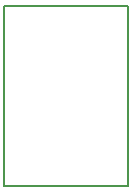
<source format=gko>
G04 DipTrace 2.4.0.2*
%INStepDown.GKO*%
%MOMM*%
%ADD11C,0.14*%
%FSLAX53Y53*%
G04*
G71*
G90*
G75*
G01*
%LNBoardOutline*%
%LPD*%
X10000Y10000D2*
D11*
X20540D1*
Y25240D1*
X10000D1*
Y10000D1*
M02*

</source>
